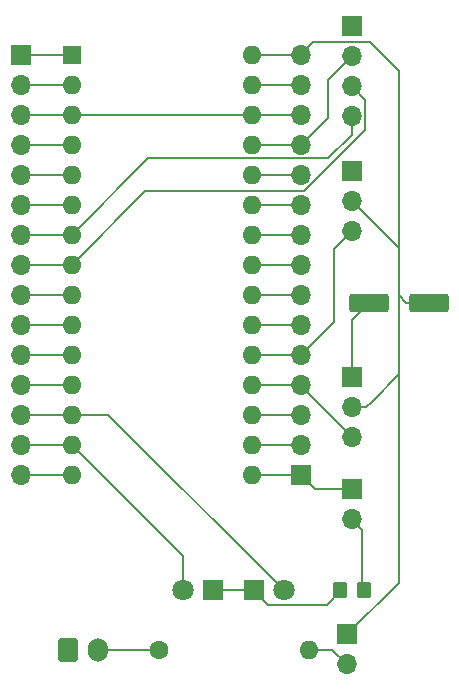
<source format=gbr>
%TF.GenerationSoftware,KiCad,Pcbnew,8.0.3*%
%TF.CreationDate,2024-09-28T16:02:09+02:00*%
%TF.ProjectId,pcb_robot,7063625f-726f-4626-9f74-2e6b69636164,rev?*%
%TF.SameCoordinates,Original*%
%TF.FileFunction,Copper,L1,Top*%
%TF.FilePolarity,Positive*%
%FSLAX46Y46*%
G04 Gerber Fmt 4.6, Leading zero omitted, Abs format (unit mm)*
G04 Created by KiCad (PCBNEW 8.0.3) date 2024-09-28 16:02:09*
%MOMM*%
%LPD*%
G01*
G04 APERTURE LIST*
G04 Aperture macros list*
%AMRoundRect*
0 Rectangle with rounded corners*
0 $1 Rounding radius*
0 $2 $3 $4 $5 $6 $7 $8 $9 X,Y pos of 4 corners*
0 Add a 4 corners polygon primitive as box body*
4,1,4,$2,$3,$4,$5,$6,$7,$8,$9,$2,$3,0*
0 Add four circle primitives for the rounded corners*
1,1,$1+$1,$2,$3*
1,1,$1+$1,$4,$5*
1,1,$1+$1,$6,$7*
1,1,$1+$1,$8,$9*
0 Add four rect primitives between the rounded corners*
20,1,$1+$1,$2,$3,$4,$5,0*
20,1,$1+$1,$4,$5,$6,$7,0*
20,1,$1+$1,$6,$7,$8,$9,0*
20,1,$1+$1,$8,$9,$2,$3,0*%
G04 Aperture macros list end*
%TA.AperFunction,ComponentPad*%
%ADD10R,1.700000X1.700000*%
%TD*%
%TA.AperFunction,ComponentPad*%
%ADD11O,1.700000X1.700000*%
%TD*%
%TA.AperFunction,ComponentPad*%
%ADD12RoundRect,0.250000X-0.600000X-0.750000X0.600000X-0.750000X0.600000X0.750000X-0.600000X0.750000X0*%
%TD*%
%TA.AperFunction,ComponentPad*%
%ADD13O,1.700000X2.000000*%
%TD*%
%TA.AperFunction,ComponentPad*%
%ADD14R,1.800000X1.800000*%
%TD*%
%TA.AperFunction,ComponentPad*%
%ADD15C,1.800000*%
%TD*%
%TA.AperFunction,ComponentPad*%
%ADD16C,1.600000*%
%TD*%
%TA.AperFunction,ComponentPad*%
%ADD17O,1.600000X1.600000*%
%TD*%
%TA.AperFunction,ComponentPad*%
%ADD18R,1.600000X1.600000*%
%TD*%
%TA.AperFunction,SMDPad,CuDef*%
%ADD19RoundRect,0.250000X1.412500X0.550000X-1.412500X0.550000X-1.412500X-0.550000X1.412500X-0.550000X0*%
%TD*%
%TA.AperFunction,SMDPad,CuDef*%
%ADD20RoundRect,0.250000X0.350000X0.450000X-0.350000X0.450000X-0.350000X-0.450000X0.350000X-0.450000X0*%
%TD*%
%TA.AperFunction,Conductor*%
%ADD21C,0.200000*%
%TD*%
G04 APERTURE END LIST*
D10*
%TO.P,J7,1,Pin_1*%
%TO.N,GND*%
X158000000Y-59200000D03*
D11*
%TO.P,J7,2,Pin_2*%
%TO.N,+5V*%
X158000000Y-61740000D03*
%TO.P,J7,3,Pin_3*%
%TO.N,D5*%
X158000000Y-64280000D03*
%TO.P,J7,4,Pin_4*%
%TO.N,D4*%
X158000000Y-66820000D03*
%TD*%
D12*
%TO.P,J5,1,Pin_1*%
%TO.N,GND*%
X134000000Y-112000000D03*
D13*
%TO.P,J5,2,Pin_2*%
%TO.N,Net-(J5-Pin_2)*%
X136500000Y-112000000D03*
%TD*%
D14*
%TO.P,D1,1,K*%
%TO.N,Net-(D1-K)*%
X149730000Y-107000000D03*
D15*
%TO.P,D1,2,A*%
%TO.N,D10*%
X152270000Y-107000000D03*
%TD*%
D10*
%TO.P,J6,1,Pin_1*%
%TO.N,D13*%
X158003632Y-98430000D03*
D11*
%TO.P,J6,2,Pin_2*%
%TO.N,GND*%
X158003632Y-100970000D03*
%TD*%
D10*
%TO.P,J2,1,Pin_1*%
%TO.N,GND*%
X158000000Y-88920000D03*
D11*
%TO.P,J2,2,Pin_2*%
%TO.N,VIN*%
X158000000Y-91460000D03*
%TO.P,J2,3,Pin_3*%
%TO.N,A0*%
X158000000Y-94000000D03*
%TD*%
D10*
%TO.P,J4,1,Pin_1*%
%TO.N,VIN*%
X157625000Y-110725000D03*
D11*
%TO.P,J4,2,Pin_2*%
%TO.N,Net-(J4-Pin_2)*%
X157625000Y-113265000D03*
%TD*%
D10*
%TO.P,J9,1,Pin_1*%
%TO.N,D13*%
X153703632Y-97200000D03*
D11*
%TO.P,J9,2,Pin_2*%
%TO.N,+3.3V*%
X153703632Y-94660000D03*
%TO.P,J9,3,Pin_3*%
%TO.N,AREF*%
X153703632Y-92120000D03*
%TO.P,J9,4,Pin_4*%
%TO.N,A0*%
X153703632Y-89580000D03*
%TO.P,J9,5,Pin_5*%
%TO.N,A1*%
X153703632Y-87040000D03*
%TO.P,J9,6,Pin_6*%
%TO.N,A2*%
X153703632Y-84500000D03*
%TO.P,J9,7,Pin_7*%
%TO.N,A3*%
X153703632Y-81960000D03*
%TO.P,J9,8,Pin_8*%
%TO.N,A4*%
X153703632Y-79420000D03*
%TO.P,J9,9,Pin_9*%
%TO.N,A5*%
X153703632Y-76880000D03*
%TO.P,J9,10,Pin_10*%
%TO.N,A6*%
X153703632Y-74340000D03*
%TO.P,J9,11,Pin_11*%
%TO.N,A7*%
X153703632Y-71800000D03*
%TO.P,J9,12,Pin_12*%
%TO.N,+5V*%
X153703632Y-69260000D03*
%TO.P,J9,13,Pin_13*%
%TO.N,RESET*%
X153703632Y-66720000D03*
%TO.P,J9,14,Pin_14*%
%TO.N,GND*%
X153703632Y-64180000D03*
%TO.P,J9,15,Pin_15*%
%TO.N,VIN*%
X153703632Y-61640000D03*
%TD*%
D10*
%TO.P,J10,1,Pin_1*%
%TO.N,D1*%
X130000000Y-61640000D03*
D11*
%TO.P,J10,2,Pin_2*%
%TO.N,D0*%
X130000000Y-64180000D03*
%TO.P,J10,3,Pin_3*%
%TO.N,RESET*%
X130000000Y-66720000D03*
%TO.P,J10,4,Pin_4*%
%TO.N,GND*%
X130000000Y-69260000D03*
%TO.P,J10,5,Pin_5*%
%TO.N,D2*%
X130000000Y-71800000D03*
%TO.P,J10,6,Pin_6*%
%TO.N,D3*%
X130000000Y-74340000D03*
%TO.P,J10,7,Pin_7*%
%TO.N,D4*%
X130000000Y-76880000D03*
%TO.P,J10,8,Pin_8*%
%TO.N,D5*%
X130000000Y-79420000D03*
%TO.P,J10,9,Pin_9*%
%TO.N,D6*%
X130000000Y-81960000D03*
%TO.P,J10,10,Pin_10*%
%TO.N,D7*%
X130000000Y-84500000D03*
%TO.P,J10,11,Pin_11*%
%TO.N,D8*%
X130000000Y-87040000D03*
%TO.P,J10,12,Pin_12*%
%TO.N,D9*%
X130000000Y-89580000D03*
%TO.P,J10,13,Pin_13*%
%TO.N,D10*%
X130000000Y-92120000D03*
%TO.P,J10,14,Pin_14*%
%TO.N,D11*%
X130000000Y-94660000D03*
%TO.P,J10,15,Pin_15*%
%TO.N,D12*%
X130000000Y-97200000D03*
%TD*%
D14*
%TO.P,D2,1,K*%
%TO.N,Net-(D1-K)*%
X146270000Y-107000000D03*
D15*
%TO.P,D2,2,A*%
%TO.N,D11*%
X143730000Y-107000000D03*
%TD*%
D16*
%TO.P,F1,1*%
%TO.N,Net-(J5-Pin_2)*%
X141650000Y-112000000D03*
D17*
%TO.P,F1,2*%
%TO.N,Net-(J4-Pin_2)*%
X154350000Y-112000000D03*
%TD*%
D10*
%TO.P,J3,1,Pin_1*%
%TO.N,GND*%
X158000000Y-71475000D03*
D11*
%TO.P,J3,2,Pin_2*%
%TO.N,VIN*%
X158000000Y-74015000D03*
%TO.P,J3,3,Pin_3*%
%TO.N,A1*%
X158000000Y-76555000D03*
%TD*%
D18*
%TO.P,A1,1,D1/TX*%
%TO.N,D1*%
X134290000Y-61650000D03*
D17*
%TO.P,A1,2,D0/RX*%
%TO.N,D0*%
X134290000Y-64190000D03*
%TO.P,A1,3,~{RESET}*%
%TO.N,RESET*%
X134290000Y-66730000D03*
%TO.P,A1,4,GND*%
%TO.N,GND*%
X134290000Y-69270000D03*
%TO.P,A1,5,D2*%
%TO.N,D2*%
X134290000Y-71810000D03*
%TO.P,A1,6,D3*%
%TO.N,D3*%
X134290000Y-74350000D03*
%TO.P,A1,7,D4*%
%TO.N,D4*%
X134290000Y-76890000D03*
%TO.P,A1,8,D5*%
%TO.N,D5*%
X134290000Y-79430000D03*
%TO.P,A1,9,D6*%
%TO.N,D6*%
X134290000Y-81970000D03*
%TO.P,A1,10,D7*%
%TO.N,D7*%
X134290000Y-84510000D03*
%TO.P,A1,11,D8*%
%TO.N,D8*%
X134290000Y-87050000D03*
%TO.P,A1,12,D9*%
%TO.N,D9*%
X134290000Y-89590000D03*
%TO.P,A1,13,D10*%
%TO.N,D10*%
X134290000Y-92130000D03*
%TO.P,A1,14,D11*%
%TO.N,D11*%
X134290000Y-94670000D03*
%TO.P,A1,15,D12*%
%TO.N,D12*%
X134290000Y-97210000D03*
%TO.P,A1,16,D13*%
%TO.N,D13*%
X149530000Y-97210000D03*
%TO.P,A1,17,3V3*%
%TO.N,+3.3V*%
X149530000Y-94670000D03*
%TO.P,A1,18,AREF*%
%TO.N,AREF*%
X149530000Y-92130000D03*
%TO.P,A1,19,A0*%
%TO.N,A0*%
X149530000Y-89590000D03*
%TO.P,A1,20,A1*%
%TO.N,A1*%
X149530000Y-87050000D03*
%TO.P,A1,21,A2*%
%TO.N,A2*%
X149530000Y-84510000D03*
%TO.P,A1,22,A3*%
%TO.N,A3*%
X149530000Y-81970000D03*
%TO.P,A1,23,A4*%
%TO.N,A4*%
X149530000Y-79430000D03*
%TO.P,A1,24,A5*%
%TO.N,A5*%
X149530000Y-76890000D03*
%TO.P,A1,25,A6*%
%TO.N,A6*%
X149530000Y-74350000D03*
%TO.P,A1,26,A7*%
%TO.N,A7*%
X149530000Y-71810000D03*
%TO.P,A1,27,+5V*%
%TO.N,+5V*%
X149530000Y-69270000D03*
%TO.P,A1,28,~{RESET}*%
%TO.N,RESET*%
X149530000Y-66730000D03*
%TO.P,A1,29,GND*%
%TO.N,GND*%
X149530000Y-64190000D03*
%TO.P,A1,30,VIN*%
%TO.N,VIN*%
X149530000Y-61650000D03*
%TD*%
D19*
%TO.P,C1,1*%
%TO.N,VIN*%
X164537500Y-82635197D03*
%TO.P,C1,2*%
%TO.N,GND*%
X159462500Y-82635197D03*
%TD*%
D20*
%TO.P,R1,1*%
%TO.N,GND*%
X159000000Y-107000000D03*
%TO.P,R1,2*%
%TO.N,Net-(D1-K)*%
X157000000Y-107000000D03*
%TD*%
D21*
%TO.N,VIN*%
X159590000Y-60590000D02*
X154753632Y-60590000D01*
X162000000Y-63000000D02*
X159590000Y-60590000D01*
X154753632Y-60590000D02*
X153703632Y-61640000D01*
X162000000Y-79000000D02*
X162000000Y-63000000D01*
%TO.N,+5V*%
X156000000Y-66963632D02*
X156000000Y-63740000D01*
X153703632Y-69260000D02*
X156000000Y-66963632D01*
X156000000Y-63740000D02*
X158000000Y-61740000D01*
%TO.N,D10*%
X130010000Y-92130000D02*
X130000000Y-92120000D01*
X134290000Y-92130000D02*
X130010000Y-92130000D01*
X137400000Y-92130000D02*
X152270000Y-107000000D01*
X134290000Y-92130000D02*
X137400000Y-92130000D01*
%TO.N,D3*%
X130010000Y-74350000D02*
X130000000Y-74340000D01*
X134290000Y-74350000D02*
X130010000Y-74350000D01*
%TO.N,A4*%
X153693632Y-79430000D02*
X153703632Y-79420000D01*
X149530000Y-79430000D02*
X153693632Y-79430000D01*
%TO.N,GND*%
X134290000Y-69270000D02*
X130010000Y-69270000D01*
X158003632Y-100970000D02*
X158912500Y-101878868D01*
X130010000Y-69270000D02*
X130000000Y-69260000D01*
X153693632Y-64190000D02*
X153703632Y-64180000D01*
X159462500Y-82635197D02*
X158000000Y-84097697D01*
X158000000Y-84097697D02*
X158000000Y-88920000D01*
X158462500Y-88457500D02*
X158000000Y-88920000D01*
X158912500Y-101878868D02*
X158912500Y-107000000D01*
X149530000Y-64190000D02*
X153693632Y-64190000D01*
%TO.N,A3*%
X149530000Y-81970000D02*
X153693632Y-81970000D01*
X153693632Y-81970000D02*
X153703632Y-81960000D01*
%TO.N,A1*%
X156500000Y-78055000D02*
X156500000Y-84243632D01*
X153693632Y-87050000D02*
X153703632Y-87040000D01*
X149530000Y-87050000D02*
X153693632Y-87050000D01*
X158000000Y-76555000D02*
X156500000Y-78055000D01*
X156500000Y-84243632D02*
X153703632Y-87040000D01*
%TO.N,D9*%
X134280000Y-89580000D02*
X134290000Y-89590000D01*
X130000000Y-89580000D02*
X134280000Y-89580000D01*
%TO.N,A2*%
X153693632Y-84510000D02*
X153703632Y-84500000D01*
X149530000Y-84510000D02*
X153693632Y-84510000D01*
%TO.N,D2*%
X134280000Y-71800000D02*
X134290000Y-71810000D01*
X130000000Y-71800000D02*
X134280000Y-71800000D01*
%TO.N,D5*%
X158000000Y-64280000D02*
X159150000Y-65430000D01*
X159150000Y-68040000D02*
X154000000Y-73190000D01*
X159150000Y-65430000D02*
X159150000Y-68040000D01*
X134290000Y-79430000D02*
X130010000Y-79430000D01*
X154000000Y-73190000D02*
X140530000Y-73190000D01*
X140530000Y-73190000D02*
X134290000Y-79430000D01*
X130010000Y-79430000D02*
X130000000Y-79420000D01*
%TO.N,+3.3V*%
X149530000Y-94670000D02*
X153693632Y-94670000D01*
X153693632Y-94670000D02*
X153703632Y-94660000D01*
%TO.N,D0*%
X130010000Y-64190000D02*
X130000000Y-64180000D01*
X134290000Y-64190000D02*
X130010000Y-64190000D01*
%TO.N,D6*%
X134280000Y-81960000D02*
X134290000Y-81970000D01*
X130000000Y-81960000D02*
X134280000Y-81960000D01*
%TO.N,A6*%
X153693632Y-74350000D02*
X153703632Y-74340000D01*
X149530000Y-74350000D02*
X153693632Y-74350000D01*
%TO.N,D11*%
X143730000Y-107000000D02*
X143730000Y-104110000D01*
X143730000Y-104110000D02*
X134290000Y-94670000D01*
X130010000Y-94670000D02*
X130000000Y-94660000D01*
X134290000Y-94670000D02*
X130010000Y-94670000D01*
%TO.N,D1*%
X130010000Y-61650000D02*
X130000000Y-61640000D01*
X134290000Y-61650000D02*
X130010000Y-61650000D01*
%TO.N,D13*%
X153703632Y-97200000D02*
X149540000Y-97200000D01*
X154933632Y-98430000D02*
X153703632Y-97200000D01*
X149540000Y-97200000D02*
X149530000Y-97210000D01*
X158003632Y-98430000D02*
X154933632Y-98430000D01*
%TO.N,AREF*%
X153703632Y-92120000D02*
X149540000Y-92120000D01*
X149540000Y-92120000D02*
X149530000Y-92130000D01*
%TO.N,D8*%
X134280000Y-87040000D02*
X134290000Y-87050000D01*
X130000000Y-87040000D02*
X134280000Y-87040000D01*
%TO.N,VIN*%
X153693632Y-61650000D02*
X153703632Y-61640000D01*
X149530000Y-61650000D02*
X153693632Y-61650000D01*
X158000000Y-91460000D02*
X159240000Y-91460000D01*
%TO.N,+5V*%
X153703632Y-69260000D02*
X149540000Y-69260000D01*
%TO.N,VIN*%
X162635197Y-82635197D02*
X162000000Y-82000000D01*
X162000000Y-78015000D02*
X162000000Y-79000000D01*
X162000000Y-82000000D02*
X162000000Y-88700000D01*
X162000000Y-88700000D02*
X159700000Y-91000000D01*
X162000000Y-106350000D02*
X157625000Y-110725000D01*
X158000000Y-74015000D02*
X162000000Y-78015000D01*
%TO.N,+5V*%
X153703632Y-68536368D02*
X153703632Y-69260000D01*
%TO.N,VIN*%
X164537500Y-82635197D02*
X162635197Y-82635197D01*
%TO.N,+5V*%
X149540000Y-69260000D02*
X149530000Y-69270000D01*
%TO.N,VIN*%
X162000000Y-88700000D02*
X162000000Y-106350000D01*
X162000000Y-79000000D02*
X162000000Y-82000000D01*
X159240000Y-91460000D02*
X159700000Y-91000000D01*
%TO.N,A0*%
X149530000Y-89590000D02*
X153693632Y-89590000D01*
X153703632Y-89703632D02*
X153703632Y-89580000D01*
X153693632Y-89590000D02*
X153703632Y-89580000D01*
X158000000Y-94000000D02*
X153703632Y-89703632D01*
%TO.N,D4*%
X140770000Y-70410000D02*
X134290000Y-76890000D01*
X134280000Y-76880000D02*
X134290000Y-76890000D01*
X156000000Y-70410000D02*
X140770000Y-70410000D01*
X158000000Y-66820000D02*
X158000000Y-68410000D01*
X158000000Y-68410000D02*
X156000000Y-70410000D01*
X130000000Y-76880000D02*
X134280000Y-76880000D01*
%TO.N,Net-(J4-Pin_2)*%
X154350000Y-112000000D02*
X156360000Y-112000000D01*
X156360000Y-112000000D02*
X157625000Y-113265000D01*
%TO.N,A5*%
X149530000Y-76890000D02*
X153693632Y-76890000D01*
X153693632Y-76890000D02*
X153703632Y-76880000D01*
%TO.N,Net-(J5-Pin_2)*%
X136500000Y-112000000D02*
X141650000Y-112000000D01*
%TO.N,Net-(D1-K)*%
X149730000Y-107000000D02*
X146270000Y-107000000D01*
X150930000Y-108200000D02*
X149730000Y-107000000D01*
X155887500Y-108200000D02*
X150930000Y-108200000D01*
X157087500Y-107000000D02*
X155887500Y-108200000D01*
%TO.N,A7*%
X153693632Y-71810000D02*
X153703632Y-71800000D01*
X149530000Y-71810000D02*
X153693632Y-71810000D01*
%TO.N,D12*%
X134280000Y-97200000D02*
X134290000Y-97210000D01*
X130000000Y-97200000D02*
X134280000Y-97200000D01*
%TO.N,D7*%
X130010000Y-84510000D02*
X130000000Y-84500000D01*
X134290000Y-84510000D02*
X130010000Y-84510000D01*
%TO.N,RESET*%
X130000000Y-66720000D02*
X134280000Y-66720000D01*
X134280000Y-66720000D02*
X134290000Y-66730000D01*
X149530000Y-66730000D02*
X153693632Y-66730000D01*
X134290000Y-66730000D02*
X149530000Y-66730000D01*
X153693632Y-66730000D02*
X153703632Y-66720000D01*
%TD*%
M02*

</source>
